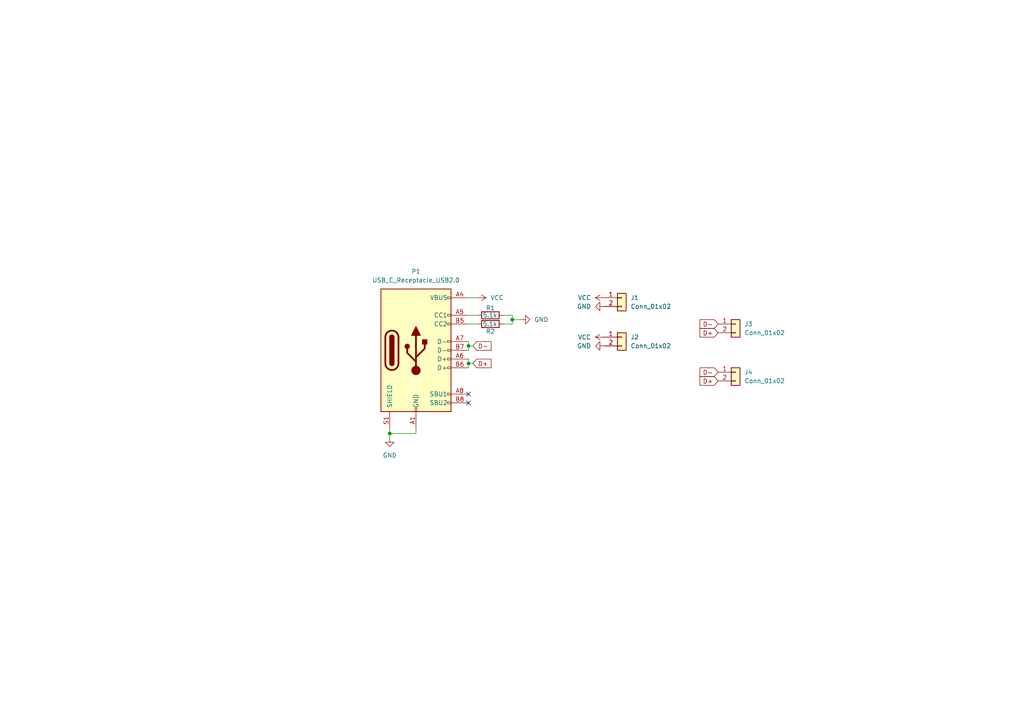
<source format=kicad_sch>
(kicad_sch (version 20231120) (generator "eeschema") (generator_version "8.0")
  (paper "A4")
  (lib_symbols
    (symbol "Connector:USB_C_Receptacle_USB2.0" (pin_names (offset 1.016))
      (property "Reference" "J" (at -10.16 19.05 0))
      (property "Value" "USB_C_Receptacle_USB2.0" (at 19.05 19.05 0))
      (symbol "USB_C_Receptacle_USB2.0_0_0"
        (rectangle (start -0.254 -17.78) (end 0.254 -16.764))
        (rectangle (start 10.16 -14.986) (end 9.144 -15.494))
        (rectangle (start 10.16 -12.446) (end 9.144 -12.954))
        (rectangle (start 10.16 -4.826) (end 9.144 -5.334))
        (rectangle (start 10.16 -2.286) (end 9.144 -2.794))
        (rectangle (start 10.16 0.254) (end 9.144 -0.254))
        (rectangle (start 10.16 2.794) (end 9.144 2.286))
        (rectangle (start 10.16 7.874) (end 9.144 7.366))
        (rectangle (start 10.16 10.414) (end 9.144 9.906))
        (rectangle (start 10.16 15.494) (end 9.144 14.986))
      )
      (symbol "USB_C_Receptacle_USB2.0_0_1"
        (rectangle (start -10.16 17.78) (end 10.16 -17.78) (stroke (width 0.254)) (fill (type background)))
        (arc (start -8.89 -3.81) (mid -6.985 -5.7067) (end -5.08 -3.81) (stroke (width 0.508)))
        (arc (start -7.62 -3.81) (mid -6.985 -4.4423) (end -6.35 -3.81) (stroke (width 0.254)))
        (arc (start -7.62 -3.81) (mid -6.985 -4.4423) (end -6.35 -3.81) (stroke (width 0.254)) (fill (type outline)))
        (rectangle (start -7.62 -3.81) (end -6.35 3.81) (stroke (width 0.254)) (fill (type outline)))
        (arc (start -6.35 3.81) (mid -6.985 4.4423) (end -7.62 3.81) (stroke (width 0.254)))
        (arc (start -6.35 3.81) (mid -6.985 4.4423) (end -7.62 3.81) (stroke (width 0.254)) (fill (type outline)))
        (arc (start -5.08 3.81) (mid -6.985 5.7067) (end -8.89 3.81) (stroke (width 0.508)))
        (circle (center -2.54 1.143) (radius 0.635) (stroke (width 0.254)) (fill (type outline)))
        (circle (center 0 -5.842) (radius 1.27) (fill (type outline)))
        (polyline (pts (xy -8.89 -3.81) (xy -8.89 3.81)) (stroke (width 0.508)))
        (polyline (pts (xy -5.08 3.81) (xy -5.08 -3.81)) (stroke (width 0.508)))
        (polyline (pts (xy 0 -5.842) (xy 0 4.318)) (stroke (width 0.508)))
        (polyline (pts (xy 0 -3.302) (xy -2.54 -0.762) (xy -2.54 0.508)) (stroke (width 0.508)))
        (polyline (pts (xy 0 -2.032) (xy 2.54 0.508) (xy 2.54 1.778)) (stroke (width 0.508)))
        (polyline (pts (xy -1.27 4.318) (xy 0 6.858) (xy 1.27 4.318) (xy -1.27 4.318)) (stroke (width 0.254)) (fill (type outline)))
        (rectangle (start 1.905 1.778) (end 3.175 3.048) (stroke (width 0.254)) (fill (type outline)))
      )
      (symbol "USB_C_Receptacle_USB2.0_1_1"
        (pin passive line (at 0 -22.86 90) (length 5.08) (name "GND") (number "A1"))
        (pin passive line (at 0 -22.86 90) (length 5.08) hide (name "GND") (number "A12"))
        (pin passive line (at 15.24 15.24 180) (length 5.08) (name "VBUS") (number "A4"))
        (pin bidirectional line (at 15.24 10.16 180) (length 5.08) (name "CC1") (number "A5"))
        (pin bidirectional line (at 15.24 -2.54 180) (length 5.08) (name "D+") (number "A6"))
        (pin bidirectional line (at 15.24 2.54 180) (length 5.08) (name "D-") (number "A7"))
        (pin bidirectional line (at 15.24 -12.7 180) (length 5.08) (name "SBU1") (number "A8"))
        (pin passive line (at 15.24 15.24 180) (length 5.08) hide (name "VBUS") (number "A9"))
        (pin passive line (at 0 -22.86 90) (length 5.08) hide (name "GND") (number "B1"))
        (pin passive line (at 0 -22.86 90) (length 5.08) hide (name "GND") (number "B12"))
        (pin passive line (at 15.24 15.24 180) (length 5.08) hide (name "VBUS") (number "B4"))
        (pin bidirectional line (at 15.24 7.62 180) (length 5.08) (name "CC2") (number "B5"))
        (pin bidirectional line (at 15.24 -5.08 180) (length 5.08) (name "D+") (number "B6"))
        (pin bidirectional line (at 15.24 0 180) (length 5.08) (name "D-") (number "B7"))
        (pin bidirectional line (at 15.24 -15.24 180) (length 5.08) (name "SBU2") (number "B8"))
        (pin passive line (at 15.24 15.24 180) (length 5.08) hide (name "VBUS") (number "B9"))
        (pin passive line (at -7.62 -22.86 90) (length 5.08) (name "SHIELD") (number "S1"))
      )
    )
    (symbol "Connector_Generic:Conn_01x02" (pin_names (offset 1.016) hide)
      (property "Reference" "J" (at 0 2.54 0))
      (property "Value" "Conn_01x02" (at 0 -5.08 0))
      (symbol "Conn_01x02_1_1"
        (rectangle (start -1.27 -2.413) (end 0 -2.667) (stroke (width 0.1524)))
        (rectangle (start -1.27 0.127) (end 0 -0.127) (stroke (width 0.1524)))
        (rectangle (start -1.27 1.27) (end 1.27 -3.81) (stroke (width 0.254)) (fill (type background)))
        (pin passive line (at -5.08 0 0) (length 3.81) (name "Pin_1") (number "1"))
        (pin passive line (at -5.08 -2.54 0) (length 3.81) (name "Pin_2") (number "2"))
      )
    )
    (symbol "Device:R" (pin_numbers hide) (pin_names (offset 0))
      (property "Reference" "R" (at 2.032 0 90))
      (property "Value" "R" (at 0 0 90))
      (symbol "R_0_1"
        (rectangle (start -1.016 -2.54) (end 1.016 2.54) (stroke (width 0.254)))
      )
      (symbol "R_1_1"
        (pin passive line (at 0 3.81 270) (length 1.27) (name "~") (number "1"))
        (pin passive line (at 0 -3.81 90) (length 1.27) (name "~") (number "2"))
      )
    )
    (symbol "power:GND" (power) (pin_names (offset 0))
      (property "Value" "GND" (at 0 -3.81 0))
      (symbol "GND_0_1"
        (polyline (pts (xy 0 0) (xy 0 -1.27) (xy 1.27 -1.27) (xy 0 -2.54) (xy -1.27 -1.27) (xy 0 -1.27)))
      )
      (symbol "GND_1_1"
        (pin power_in line (at 0 0 270) (length 0) hide (name "GND") (number "1"))
      )
    )
    (symbol "power:VCC" (power) (pin_numbers hide) (pin_names (offset 0) hide)
      (property "Value" "VCC" (at 0 3.556 0))
      (symbol "VCC_0_1"
        (polyline (pts (xy -0.762 1.27) (xy 0 2.54)))
        (polyline (pts (xy 0 0) (xy 0 2.54)))
        (polyline (pts (xy 0 2.54) (xy 0.762 1.27)))
      )
      (symbol "VCC_1_1"
        (pin power_in line (at 0 0 90) (length 0) (name "~") (number "1"))
      )
    )
  )
  (junction (at 148.59 92.71))
  (junction (at 135.89 100.33))
  (junction (at 135.89 105.41))
  (junction (at 113.03 125.73))
  (no_connect (at 135.89 114.3))
  (no_connect (at 135.89 116.84))
  (wire (pts (xy 113.03 125.73) (xy 113.03 127)))
  (wire (pts (xy 135.89 99.06) (xy 135.89 100.33)))
  (wire (pts (xy 146.05 93.98) (xy 148.59 93.98)))
  (wire (pts (xy 135.89 104.14) (xy 135.89 105.41)))
  (wire (pts (xy 135.89 100.33) (xy 137.16 100.33)))
  (wire (pts (xy 148.59 93.98) (xy 148.59 92.71)))
  (wire (pts (xy 146.05 91.44) (xy 148.59 91.44)))
  (wire (pts (xy 148.59 92.71) (xy 151.13 92.71)))
  (wire (pts (xy 135.89 105.41) (xy 137.16 105.41)))
  (wire (pts (xy 113.03 124.46) (xy 113.03 125.73)))
  (wire (pts (xy 135.89 93.98) (xy 138.43 93.98)))
  (wire (pts (xy 135.89 91.44) (xy 138.43 91.44)))
  (wire (pts (xy 135.89 100.33) (xy 135.89 101.6)))
  (wire (pts (xy 135.89 86.36) (xy 138.43 86.36)))
  (wire (pts (xy 120.65 124.46) (xy 120.65 125.73)))
  (wire (pts (xy 135.89 105.41) (xy 135.89 106.68)))
  (wire (pts (xy 120.65 125.73) (xy 113.03 125.73)))
  (wire (pts (xy 148.59 91.44) (xy 148.59 92.71)))
  (global_label "D-" (shape input) (at 137.16 100.33 0) (property "Intersheetrefs" "${INTERSHEET_REFS}" (effects (hide yes))))
  (global_label "D-" (shape input) (at 208.28 93.98 180) (property "Intersheetrefs" "${INTERSHEET_REFS}" (effects (hide yes))))
  (global_label "D+" (shape input) (at 208.28 110.49 180) (property "Intersheetrefs" "${INTERSHEET_REFS}" (effects (hide yes))))
  (global_label "D+" (shape input) (at 208.28 96.52 180) (property "Intersheetrefs" "${INTERSHEET_REFS}" (effects (hide yes))))
  (global_label "D+" (shape input) (at 137.16 105.41 0) (property "Intersheetrefs" "${INTERSHEET_REFS}" (effects (hide yes))))
  (global_label "D-" (shape input) (at 208.28 107.95 180) (property "Intersheetrefs" "${INTERSHEET_REFS}" (effects (hide yes))))
  (symbol (lib_id "power:VCC") (at 175.26 86.36 90) (unit 1)
    (property "Reference" "#PWR04" (effects (hide yes)))
    (property "Value" "VCC" (at 171.45 86.3599 90) (effects (justify left)))
    (property "Description" "Power symbol creates a global label with name \"VCC\"" (effects (hide yes)))
  )
  (symbol (lib_id "Connector:USB_C_Receptacle_USB2.0") (at 120.65 101.6 0) (unit 1)
    (property "Reference" "P1" (at 120.65 78.74 0))
    (property "Value" "USB_C_Receptacle_USB2.0" (at 120.65 81.28 0))
    (property "Footprint" "Connector_USB:USB_C_Receptacle_GCT_USB4105-xx-A_16P_TopMnt_Horizontal" (effects (hide yes)))
  )
  (symbol (lib_id "Device:R") (at 142.24 93.98 90) (mirror x) (unit 1)
    (property "Reference" "R2" (at 142.24 96.1136 90))
    (property "Value" "5.1k" (at 142.0876 93.98 90))
    (property "Footprint" "Resistor_SMD:R_1206_3216Metric_Pad1.30x1.75mm_HandSolder" (effects (hide yes)))
  )
  (symbol (lib_id "Connector_Generic:Conn_01x02") (at 180.34 86.36 0) (unit 1)
    (property "Reference" "J1" (at 182.88 86.3599 0) (effects (justify left)))
    (property "Value" "Conn_01x02" (at 182.88 88.8999 0) (effects (justify left)))
    (property "Footprint" "Connector_PinHeader_2.54mm:PinHeader_1x02_P2.54mm_Vertical" (effects (hide yes)))
    (property "Description" "Generic connector, single row, 01x02, script generated (kicad-library-utils/schlib/autogen/connector/)" (effects (hide yes)))
  )
  (symbol (lib_id "power:GND") (at 175.26 88.9 270) (unit 1)
    (property "Reference" "#PWR05" (effects (hide yes)))
    (property "Value" "GND" (at 171.45 88.8999 90) (effects (justify right)))
  )
  (symbol (lib_id "Connector_Generic:Conn_01x02") (at 213.36 107.95 0) (unit 1)
    (property "Reference" "J4" (at 215.9 107.9499 0) (effects (justify left)))
    (property "Value" "Conn_01x02" (at 215.9 110.4899 0) (effects (justify left)))
    (property "Footprint" "Connector_PinHeader_2.54mm:PinHeader_1x02_P2.54mm_Vertical" (effects (hide yes)))
    (property "Description" "Generic connector, single row, 01x02, script generated (kicad-library-utils/schlib/autogen/connector/)" (effects (hide yes)))
  )
  (symbol (lib_id "power:GND") (at 113.03 127 0) (unit 1)
    (property "Reference" "#PWR01" (effects (hide yes)))
    (property "Value" "GND" (at 113.03 132.08 0))
  )
  (symbol (lib_id "power:GND") (at 151.13 92.71 90) (mirror x) (unit 1)
    (property "Reference" "#PWR02" (effects (hide yes)))
    (property "Value" "GND" (at 154.94 92.7099 90) (effects (justify right)))
  )
  (symbol (lib_id "Connector_Generic:Conn_01x02") (at 213.36 93.98 0) (unit 1)
    (property "Reference" "J3" (at 215.9 93.9799 0) (effects (justify left)))
    (property "Value" "Conn_01x02" (at 215.9 96.5199 0) (effects (justify left)))
    (property "Footprint" "Connector_PinHeader_2.54mm:PinHeader_1x02_P2.54mm_Vertical" (effects (hide yes)))
    (property "Description" "Generic connector, single row, 01x02, script generated (kicad-library-utils/schlib/autogen/connector/)" (effects (hide yes)))
  )
  (symbol (lib_id "power:GND") (at 175.26 100.33 270) (unit 1)
    (property "Reference" "#PWR06" (effects (hide yes)))
    (property "Value" "GND" (at 171.45 100.3299 90) (effects (justify right)))
  )
  (symbol (lib_id "power:VCC") (at 175.26 97.79 90) (unit 1)
    (property "Reference" "#PWR07" (effects (hide yes)))
    (property "Value" "VCC" (at 171.45 97.7899 90) (effects (justify left)))
    (property "Description" "Power symbol creates a global label with name \"VCC\"" (effects (hide yes)))
  )
  (symbol (lib_id "Device:R") (at 142.24 91.44 90) (unit 1)
    (property "Reference" "R1" (at 142.24 89.3064 90))
    (property "Value" "5.1k" (at 142.0876 91.44 90))
    (property "Footprint" "Resistor_SMD:R_1206_3216Metric_Pad1.30x1.75mm_HandSolder" (effects (hide yes)))
  )
  (symbol (lib_id "power:VCC") (at 138.43 86.36 270) (unit 1)
    (property "Reference" "#PWR03" (effects (hide yes)))
    (property "Value" "VCC" (at 142.24 86.3599 90) (effects (justify left)))
    (property "Description" "Power symbol creates a global label with name \"VCC\"" (effects (hide yes)))
  )
  (symbol (lib_id "Connector_Generic:Conn_01x02") (at 180.34 97.79 0) (unit 1)
    (property "Reference" "J2" (at 182.88 97.7899 0) (effects (justify left)))
    (property "Value" "Conn_01x02" (at 182.88 100.3299 0) (effects (justify left)))
    (property "Footprint" "Connector_PinHeader_2.54mm:PinHeader_1x02_P2.54mm_Vertical" (effects (hide yes)))
    (property "Description" "Generic connector, single row, 01x02, script generated (kicad-library-utils/schlib/autogen/connector/)" (effects (hide yes)))
  )
)
</source>
